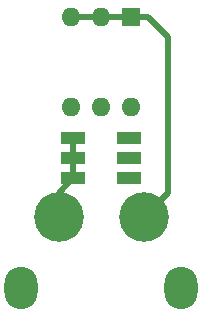
<source format=gbr>
G04 #@! TF.GenerationSoftware,KiCad,Pcbnew,5.0.2-bee76a0~70~ubuntu16.04.1*
G04 #@! TF.CreationDate,2019-11-03T02:02:15+01:00*
G04 #@! TF.ProjectId,lamp,6c616d70-2e6b-4696-9361-645f70636258,rev?*
G04 #@! TF.SameCoordinates,Original*
G04 #@! TF.FileFunction,Copper,L2,Bot*
G04 #@! TF.FilePolarity,Positive*
%FSLAX46Y46*%
G04 Gerber Fmt 4.6, Leading zero omitted, Abs format (unit mm)*
G04 Created by KiCad (PCBNEW 5.0.2-bee76a0~70~ubuntu16.04.1) date Sun 03 Nov 2019 02:02:15 AM CET*
%MOMM*%
%LPD*%
G01*
G04 APERTURE LIST*
G04 #@! TA.AperFunction,SMDPad,CuDef*
%ADD10R,2.000000X1.100000*%
G04 #@! TD*
G04 #@! TA.AperFunction,ComponentPad*
%ADD11C,4.200000*%
G04 #@! TD*
G04 #@! TA.AperFunction,ComponentPad*
%ADD12O,2.800000X3.600000*%
G04 #@! TD*
G04 #@! TA.AperFunction,ComponentPad*
%ADD13R,1.600000X1.600000*%
G04 #@! TD*
G04 #@! TA.AperFunction,ComponentPad*
%ADD14O,1.600000X1.600000*%
G04 #@! TD*
G04 #@! TA.AperFunction,ViaPad*
%ADD15C,0.800000*%
G04 #@! TD*
G04 #@! TA.AperFunction,Conductor*
%ADD16C,0.500000*%
G04 #@! TD*
G04 APERTURE END LIST*
D10*
G04 #@! TO.P,D1,1*
G04 #@! TO.N,GND*
X92600000Y-96700000D03*
G04 #@! TO.P,D1,2*
X92600000Y-95000000D03*
G04 #@! TO.P,D1,3*
X92600000Y-93300000D03*
G04 #@! TO.P,D1,4*
G04 #@! TO.N,Net-(D1-Pad4)*
X97400000Y-93300000D03*
G04 #@! TO.P,D1,5*
G04 #@! TO.N,Net-(D1-Pad5)*
X97400000Y-95000000D03*
G04 #@! TO.P,D1,6*
G04 #@! TO.N,Net-(D1-Pad6)*
X97400000Y-96700000D03*
G04 #@! TD*
D11*
G04 #@! TO.P,J1,1*
G04 #@! TO.N,GND*
X91400000Y-100000000D03*
G04 #@! TO.P,J1,2*
G04 #@! TO.N,Net-(J1-Pad2)*
X98600000Y-100000000D03*
D12*
G04 #@! TO.P,J1,*
G04 #@! TO.N,*
X88250000Y-106000000D03*
X101750000Y-106000000D03*
G04 #@! TD*
D13*
G04 #@! TO.P,SW1,1*
G04 #@! TO.N,Net-(J1-Pad2)*
X97540000Y-83000000D03*
D14*
G04 #@! TO.P,SW1,4*
G04 #@! TO.N,Net-(R3-Pad2)*
X92460000Y-90620000D03*
G04 #@! TO.P,SW1,2*
G04 #@! TO.N,Net-(J1-Pad2)*
X95000000Y-83000000D03*
G04 #@! TO.P,SW1,5*
G04 #@! TO.N,Net-(R2-Pad2)*
X95000000Y-90620000D03*
G04 #@! TO.P,SW1,3*
G04 #@! TO.N,Net-(J1-Pad2)*
X92460000Y-83000000D03*
G04 #@! TO.P,SW1,6*
G04 #@! TO.N,Net-(R1-Pad2)*
X97540000Y-90620000D03*
G04 #@! TD*
D15*
G04 #@! TO.N,Net-(D1-Pad4)*
X97400000Y-93300000D03*
G04 #@! TO.N,Net-(D1-Pad5)*
X97400000Y-95000000D03*
G04 #@! TO.N,Net-(D1-Pad6)*
X97400000Y-96700000D03*
G04 #@! TD*
D16*
G04 #@! TO.N,GND*
X91400000Y-97900000D02*
X92600000Y-96700000D01*
X91400000Y-100000000D02*
X91400000Y-97900000D01*
X92600000Y-93300000D02*
X92600000Y-95000000D01*
X92600000Y-95000000D02*
X92600000Y-96700000D01*
G04 #@! TO.N,Net-(J1-Pad2)*
X100699999Y-97900001D02*
X100699999Y-84699999D01*
X98600000Y-100000000D02*
X100699999Y-97900001D01*
X99000000Y-83000000D02*
X97540000Y-83000000D01*
X100699999Y-84699999D02*
X99000000Y-83000000D01*
X97540000Y-83000000D02*
X95000000Y-83000000D01*
X95000000Y-83000000D02*
X92460000Y-83000000D01*
G04 #@! TD*
M02*

</source>
